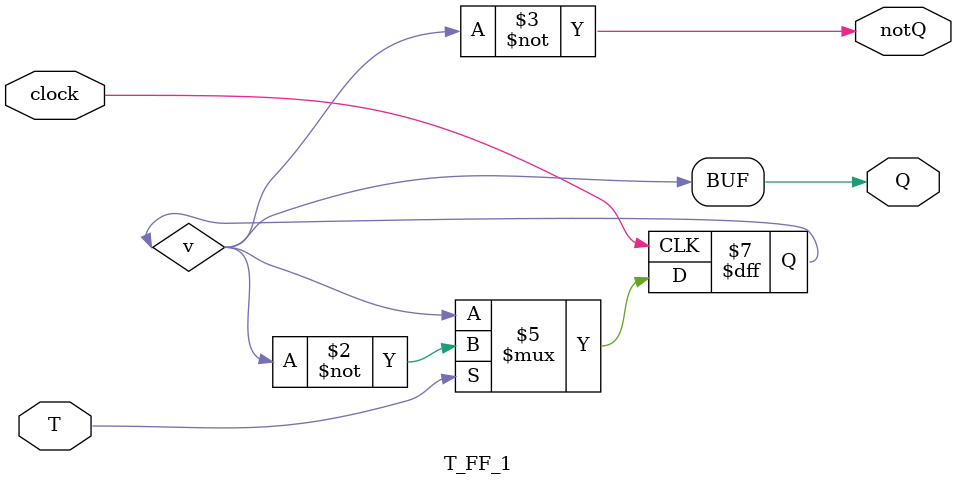
<source format=v>
`timescale 1ns / 1ps

module T_FF_1(T,clock,Q,notQ);
input T,clock;
output Q,notQ;
wire Q_int,notQ_int;
reg v;
initial v=1;

always @(posedge (clock))begin
    if(T) begin
        v<=~v;
    end
end

assign Q=v;
assign notQ=~v;
endmodule

</source>
